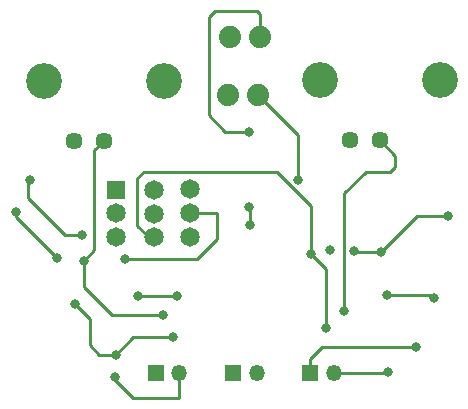
<source format=gbr>
%TF.GenerationSoftware,KiCad,Pcbnew,(5.99.0-9773-gf428ce03f2)*%
%TF.CreationDate,2021-05-10T10:20:15-04:00*%
%TF.ProjectId,D5XAMP_v4,44355841-4d50-45f7-9634-2e6b69636164,rev?*%
%TF.SameCoordinates,Original*%
%TF.FileFunction,Copper,L2,Bot*%
%TF.FilePolarity,Positive*%
%FSLAX46Y46*%
G04 Gerber Fmt 4.6, Leading zero omitted, Abs format (unit mm)*
G04 Created by KiCad (PCBNEW (5.99.0-9773-gf428ce03f2)) date 2021-05-10 10:20:15*
%MOMM*%
%LPD*%
G01*
G04 APERTURE LIST*
%TA.AperFunction,ComponentPad*%
%ADD10R,1.350000X1.350000*%
%TD*%
%TA.AperFunction,ComponentPad*%
%ADD11O,1.350000X1.350000*%
%TD*%
%TA.AperFunction,ComponentPad*%
%ADD12C,1.879600*%
%TD*%
%TA.AperFunction,ComponentPad*%
%ADD13C,1.650000*%
%TD*%
%TA.AperFunction,ComponentPad*%
%ADD14R,1.650000X1.650000*%
%TD*%
%TA.AperFunction,ComponentPad*%
%ADD15C,1.446000*%
%TD*%
%TA.AperFunction,ComponentPad*%
%ADD16C,3.015000*%
%TD*%
%TA.AperFunction,ViaPad*%
%ADD17C,0.800000*%
%TD*%
%TA.AperFunction,Conductor*%
%ADD18C,0.250000*%
%TD*%
G04 APERTURE END LIST*
D10*
%TO.P,J2,1,Pin_1*%
%TO.N,GND*%
X40070000Y-51340000D03*
D11*
%TO.P,J2,2,Pin_2*%
%TO.N,PWR*%
X42070000Y-51340000D03*
%TD*%
D12*
%TO.P,GREEN1,1,K*%
%TO.N,GND*%
X39630000Y-27800000D03*
%TO.P,GREEN1,2,A*%
%TO.N,Net-(GREEN1-Pad2)*%
X42170000Y-27800000D03*
%TD*%
%TO.P,RED1,1,K*%
%TO.N,GND*%
X39790000Y-22900000D03*
%TO.P,RED1,2,A*%
%TO.N,Net-(RED1-Pad2)*%
X42330000Y-22900000D03*
%TD*%
D13*
%TO.P,U2,1,1*%
%TO.N,Net-(R7-Pad2)*%
X33360000Y-35840000D03*
D14*
%TO.P,U2,2,2*%
%TO.N,Net-(R9-Pad1)*%
X30180000Y-35810000D03*
D13*
%TO.P,U2,3,3*%
%TO.N,Net-(R11-Pad1)*%
X36450000Y-35790000D03*
%TO.P,U2,4,4*%
%TO.N,Net-(R6-Pad1)*%
X33360000Y-37840000D03*
%TO.P,U2,5,5*%
%TO.N,Net-(R2-Pad1)*%
X30180000Y-37810000D03*
%TO.P,U2,6,6*%
%TO.N,Net-(R4-Pad1)*%
X36450000Y-37790000D03*
%TO.P,U2,7,4*%
%TO.N,PWR*%
X33350000Y-39860000D03*
%TO.P,U2,8,5*%
%TO.N,RED*%
X30170000Y-39830000D03*
%TO.P,U2,9,6*%
%TO.N,GREEN*%
X36440000Y-39810000D03*
%TD*%
D10*
%TO.P,J3,1,Pin_1*%
%TO.N,GND*%
X46610000Y-51340000D03*
D11*
%TO.P,J3,2,Pin_2*%
%TO.N,Output 2*%
X48610000Y-51340000D03*
%TD*%
D15*
%TO.P,J5,1,In*%
%TO.N,GND*%
X49930000Y-31623732D03*
%TO.P,J5,2,Ext*%
%TO.N,Input 2*%
X52470000Y-31623732D03*
D16*
%TO.P,J5,3*%
%TO.N,N/C*%
X57550000Y-26543732D03*
%TO.P,J5,4*%
X47390000Y-26543732D03*
%TD*%
D15*
%TO.P,J4,1,In*%
%TO.N,GND*%
X26560000Y-31663732D03*
%TO.P,J4,2,Ext*%
%TO.N,Input 1*%
X29100000Y-31663732D03*
D16*
%TO.P,J4,3*%
%TO.N,N/C*%
X34180000Y-26583732D03*
%TO.P,J4,4*%
X24020000Y-26583732D03*
%TD*%
D10*
%TO.P,J1,1,Pin_1*%
%TO.N,GND*%
X33530000Y-51340000D03*
D11*
%TO.P,J1,2,Pin_2*%
%TO.N,Output 1*%
X35530000Y-51340000D03*
%TD*%
D17*
%TO.N,PWR*%
X47910000Y-47560000D03*
X46690000Y-41280000D03*
%TO.N,GND*%
X26670000Y-45520000D03*
X35000000Y-48310000D03*
X55550000Y-49150000D03*
X25140000Y-41610000D03*
X30120000Y-49800000D03*
X21680000Y-37730000D03*
%TO.N,Output 1*%
X30080000Y-51690000D03*
%TO.N,Output 2*%
X53210000Y-51280000D03*
%TO.N,Input 1*%
X27450000Y-41820000D03*
X34100000Y-46380000D03*
%TO.N,Input 2*%
X49460000Y-46050000D03*
%TO.N,Net-(R2-Pad2)*%
X32030000Y-44810000D03*
X35330000Y-44810000D03*
%TO.N,Net-(R4-Pad1)*%
X30910000Y-41640000D03*
%TO.N,Net-(R7-Pad2)*%
X50320000Y-40990000D03*
X58300000Y-38070000D03*
X52620000Y-41080000D03*
X48235000Y-40905000D03*
%TO.N,Net-(R10-Pad2)*%
X53112500Y-44737500D03*
X57040000Y-44950000D03*
%TO.N,Net-(GREEN1-Pad2)*%
X45540000Y-34950000D03*
%TO.N,Net-(RED1-Pad2)*%
X41450000Y-30910000D03*
%TO.N,RED*%
X22840000Y-35000000D03*
X27250000Y-39660000D03*
%TO.N,GREEN*%
X41390000Y-37260000D03*
X41520000Y-38840000D03*
%TD*%
D18*
%TO.N,PWR*%
X47910000Y-47560000D02*
X47910000Y-42500000D01*
X47910000Y-42500000D02*
X46690000Y-41280000D01*
X31930000Y-38880000D02*
X31930000Y-34860000D01*
X43820000Y-34300000D02*
X46690000Y-37170000D01*
X32910000Y-39860000D02*
X31930000Y-38880000D01*
X32490000Y-34300000D02*
X43820000Y-34300000D01*
X46690000Y-37170000D02*
X46690000Y-41280000D01*
X31930000Y-34860000D02*
X32490000Y-34300000D01*
X33350000Y-39860000D02*
X32910000Y-39860000D01*
%TO.N,GND*%
X26670000Y-45520000D02*
X27920000Y-46770000D01*
X47590000Y-49150000D02*
X55550000Y-49150000D01*
X46610000Y-50130000D02*
X47590000Y-49150000D01*
X21680000Y-38150000D02*
X21680000Y-37730000D01*
X31610000Y-48310000D02*
X35000000Y-48310000D01*
X28740000Y-49800000D02*
X30120000Y-49800000D01*
X30120000Y-49800000D02*
X31610000Y-48310000D01*
X25140000Y-41610000D02*
X21680000Y-38150000D01*
X27920000Y-48980000D02*
X28740000Y-49800000D01*
X46610000Y-51340000D02*
X46610000Y-50130000D01*
X27920000Y-46770000D02*
X27920000Y-48980000D01*
%TO.N,Output 1*%
X30080000Y-51690000D02*
X30080000Y-51940000D01*
X30080000Y-51940000D02*
X31570000Y-53430000D01*
X35530000Y-53390000D02*
X35530000Y-51340000D01*
X31570000Y-53430000D02*
X35490000Y-53430000D01*
X35490000Y-53430000D02*
X35530000Y-53390000D01*
%TO.N,Output 2*%
X53150000Y-51340000D02*
X53210000Y-51280000D01*
X48610000Y-51340000D02*
X53150000Y-51340000D01*
%TO.N,Input 1*%
X27450000Y-44050000D02*
X27450000Y-41820000D01*
X34100000Y-46380000D02*
X29780000Y-46380000D01*
X28310000Y-32453732D02*
X28310000Y-40960000D01*
X29780000Y-46380000D02*
X27450000Y-44050000D01*
X28310000Y-40960000D02*
X27450000Y-41820000D01*
X29100000Y-31663732D02*
X28310000Y-32453732D01*
%TO.N,Input 2*%
X53370000Y-34290000D02*
X53810000Y-33850000D01*
X49460000Y-46050000D02*
X49470000Y-46040000D01*
X53810000Y-33850000D02*
X53810000Y-32963732D01*
X51300000Y-34290000D02*
X53370000Y-34290000D01*
X53810000Y-32963732D02*
X52470000Y-31623732D01*
X49470000Y-36120000D02*
X51300000Y-34290000D01*
X49470000Y-46040000D02*
X49470000Y-36120000D01*
%TO.N,Net-(R2-Pad2)*%
X35330000Y-44810000D02*
X35360000Y-44810000D01*
X32030000Y-44810000D02*
X35330000Y-44810000D01*
%TO.N,Net-(R4-Pad1)*%
X38650000Y-37790000D02*
X36450000Y-37790000D01*
X36980000Y-41640000D02*
X38670000Y-39950000D01*
X30910000Y-41640000D02*
X36980000Y-41640000D01*
X38670000Y-37810000D02*
X38650000Y-37790000D01*
X38670000Y-39950000D02*
X38670000Y-37810000D01*
%TO.N,Net-(R7-Pad2)*%
X58300000Y-38070000D02*
X55630000Y-38070000D01*
X55630000Y-38070000D02*
X52620000Y-41080000D01*
X52620000Y-41080000D02*
X50410000Y-41080000D01*
X50410000Y-41080000D02*
X50320000Y-40990000D01*
%TO.N,Net-(R10-Pad2)*%
X56827500Y-44737500D02*
X57040000Y-44950000D01*
X53112500Y-44737500D02*
X56827500Y-44737500D01*
%TO.N,Net-(GREEN1-Pad2)*%
X45540000Y-34950000D02*
X45540000Y-31170000D01*
X45540000Y-31170000D02*
X42170000Y-27800000D01*
%TO.N,Net-(RED1-Pad2)*%
X38020000Y-29530000D02*
X38020000Y-21170000D01*
X38500000Y-20690000D02*
X42060000Y-20690000D01*
X39400000Y-30910000D02*
X38020000Y-29530000D01*
X41450000Y-30910000D02*
X39400000Y-30910000D01*
X42330000Y-20960000D02*
X42330000Y-22900000D01*
X42060000Y-20690000D02*
X42330000Y-20960000D01*
X38020000Y-21170000D02*
X38500000Y-20690000D01*
%TO.N,RED*%
X22720000Y-35120000D02*
X22840000Y-35000000D01*
X25870000Y-39660000D02*
X22720000Y-36510000D01*
X27250000Y-39660000D02*
X25870000Y-39660000D01*
X22720000Y-36510000D02*
X22720000Y-35120000D01*
%TO.N,GREEN*%
X41520000Y-37390000D02*
X41390000Y-37260000D01*
X41520000Y-38840000D02*
X41520000Y-37390000D01*
%TD*%
M02*

</source>
